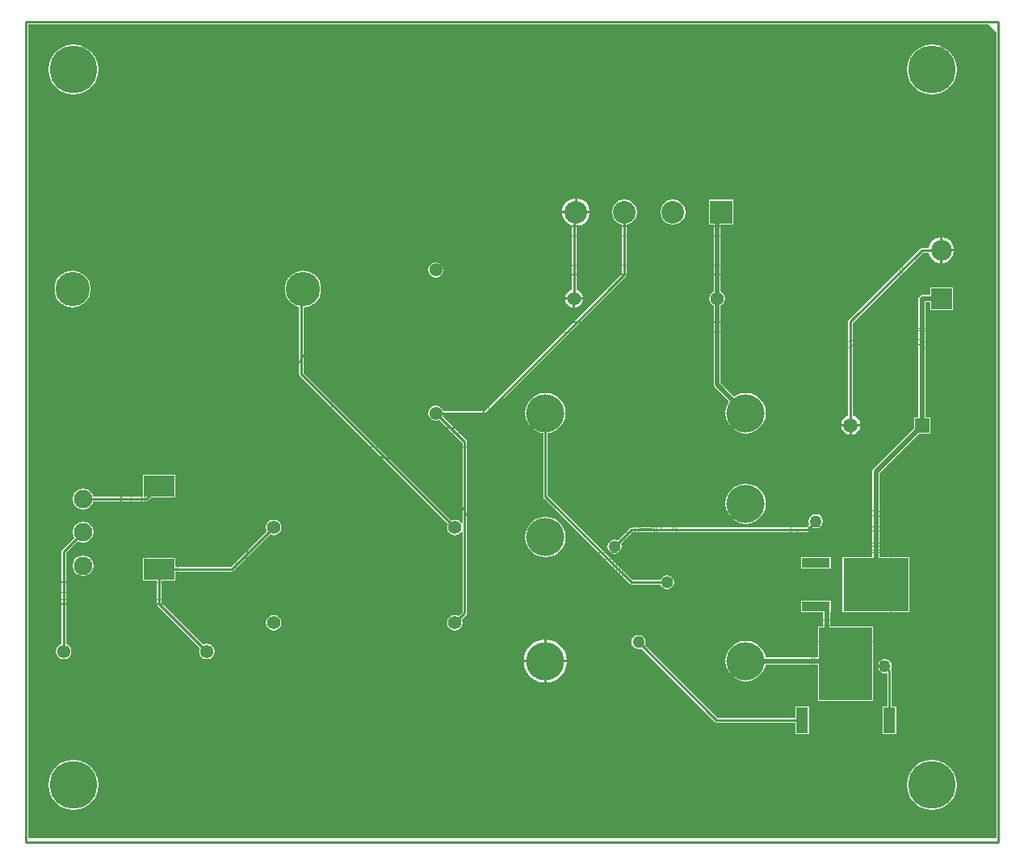
<source format=gtl>
G04 Layer_Physical_Order=1*
G04 Layer_Color=255*
%FSLAX25Y25*%
%MOIN*%
G70*
G01*
G75*
%ADD10R,0.21850X0.30315*%
%ADD11R,0.04921X0.10630*%
%ADD12R,0.26772X0.21850*%
%ADD13R,0.11811X0.03937*%
%ADD14R,0.12717X0.08504*%
%ADD15C,0.01000*%
%ADD16C,0.01969*%
%ADD17C,0.00394*%
%ADD18C,0.00787*%
%ADD19C,0.00197*%
%ADD20C,0.19685*%
%ADD21C,0.05906*%
%ADD22R,0.05906X0.05906*%
%ADD23C,0.05500*%
%ADD24C,0.15748*%
%ADD25C,0.08563*%
%ADD26R,0.08563X0.08563*%
%ADD27C,0.09331*%
%ADD28R,0.09331X0.09331*%
%ADD29C,0.05437*%
%ADD30C,0.05512*%
%ADD31C,0.14173*%
%ADD32C,0.07677*%
%ADD33C,0.05000*%
G36*
X597458Y487975D02*
Y155118D01*
X198031D01*
Y491159D01*
X594274D01*
X597458Y487975D01*
D02*
G37*
%LPC*%
G36*
X570866Y482765D02*
X568194Y482414D01*
X565704Y481382D01*
X563566Y479742D01*
X561925Y477603D01*
X560893Y475113D01*
X560542Y472441D01*
X560893Y469769D01*
X561925Y467279D01*
X563566Y465140D01*
X565704Y463500D01*
X568194Y462468D01*
X570866Y462116D01*
X573538Y462468D01*
X576028Y463500D01*
X578167Y465140D01*
X579808Y467279D01*
X580839Y469769D01*
X581191Y472441D01*
X580839Y475113D01*
X579808Y477603D01*
X578167Y479742D01*
X576028Y481382D01*
X573538Y482414D01*
X570866Y482765D01*
D02*
G37*
G36*
X216535D02*
X213863Y482414D01*
X211373Y481382D01*
X209235Y479742D01*
X207594Y477603D01*
X206563Y475113D01*
X206211Y472441D01*
X206563Y469769D01*
X207594Y467279D01*
X209235Y465140D01*
X211373Y463500D01*
X213863Y462468D01*
X216535Y462116D01*
X219208Y462468D01*
X221698Y463500D01*
X223836Y465140D01*
X225477Y467279D01*
X226508Y469769D01*
X226860Y472441D01*
X226508Y475113D01*
X225477Y477603D01*
X223836Y479742D01*
X221698Y481382D01*
X219208Y482414D01*
X216535Y482765D01*
D02*
G37*
G36*
X424555Y419358D02*
Y414181D01*
X429732D01*
X429392Y415892D01*
X428140Y417766D01*
X426266Y419018D01*
X424555Y419358D01*
D02*
G37*
G36*
X423555D02*
X421845Y419018D01*
X419971Y417766D01*
X418719Y415892D01*
X418378Y414181D01*
X423555D01*
Y419358D01*
D02*
G37*
G36*
X464055Y418839D02*
X462081Y418446D01*
X460408Y417328D01*
X459290Y415655D01*
X458897Y413681D01*
X459290Y411707D01*
X460408Y410034D01*
X462081Y408916D01*
X464055Y408523D01*
X466029Y408916D01*
X467703Y410034D01*
X468821Y411707D01*
X469213Y413681D01*
X468821Y415655D01*
X467703Y417328D01*
X466029Y418446D01*
X464055Y418839D01*
D02*
G37*
G36*
X575303Y403238D02*
Y398453D01*
X580089D01*
X579778Y400013D01*
X578611Y401760D01*
X576864Y402928D01*
X575303Y403238D01*
D02*
G37*
G36*
X574303Y403238D02*
X572743Y402928D01*
X570996Y401760D01*
X569828Y400013D01*
X569611Y398920D01*
X566929D01*
X566245Y398637D01*
X566245Y398637D01*
X536718Y369109D01*
X536434Y368425D01*
X536434Y368425D01*
Y329510D01*
X535859Y329396D01*
X534552Y328522D01*
X533678Y327215D01*
X533471Y326172D01*
X537402D01*
X541332D01*
X541125Y327215D01*
X540251Y328522D01*
X538944Y329396D01*
X538369Y329510D01*
Y368024D01*
X567330Y396986D01*
X569611D01*
X569828Y395892D01*
X570996Y394145D01*
X572743Y392978D01*
X574303Y392667D01*
Y397953D01*
Y403238D01*
D02*
G37*
G36*
X580089Y397453D02*
X575303D01*
Y392667D01*
X576864Y392978D01*
X578611Y394145D01*
X579778Y395892D01*
X580089Y397453D01*
D02*
G37*
G36*
X366142Y392937D02*
X364928Y392695D01*
X363898Y392008D01*
X363210Y390978D01*
X362969Y389764D01*
X363210Y388549D01*
X363898Y387520D01*
X364928Y386832D01*
X366142Y386591D01*
X367356Y386832D01*
X368386Y387520D01*
X369073Y388549D01*
X369315Y389764D01*
X369073Y390978D01*
X368386Y392008D01*
X367356Y392695D01*
X366142Y392937D01*
D02*
G37*
G36*
X429732Y413181D02*
X418378D01*
X418719Y411471D01*
X419971Y409596D01*
X421845Y408344D01*
X422261Y408261D01*
Y381584D01*
X421765Y381485D01*
X420525Y380656D01*
X419696Y379416D01*
X419504Y378453D01*
X423228D01*
X426952D01*
X426761Y379416D01*
X425932Y380656D01*
X424692Y381485D01*
X424196Y381584D01*
Y407933D01*
X426266Y408344D01*
X428140Y409596D01*
X429392Y411471D01*
X429732Y413181D01*
D02*
G37*
G36*
X216142Y389517D02*
X213223Y388936D01*
X210749Y387283D01*
X209096Y384808D01*
X208515Y381890D01*
X209096Y378971D01*
X210749Y376497D01*
X213223Y374844D01*
X216142Y374263D01*
X219060Y374844D01*
X221535Y376497D01*
X223188Y378971D01*
X223769Y381890D01*
X223188Y384808D01*
X221535Y387283D01*
X219060Y388936D01*
X216142Y389517D01*
D02*
G37*
G36*
X426952Y377453D02*
X423728D01*
Y374229D01*
X424692Y374420D01*
X425932Y375249D01*
X426761Y376490D01*
X426952Y377453D01*
D02*
G37*
G36*
X422728D02*
X419504D01*
X419696Y376490D01*
X420525Y375249D01*
X421765Y374420D01*
X422728Y374229D01*
Y377453D01*
D02*
G37*
G36*
X579478Y382628D02*
X570128D01*
Y379444D01*
X566929D01*
X565875Y379007D01*
X565438Y377953D01*
Y329019D01*
X563583D01*
Y324435D01*
X546780Y307632D01*
X546343Y306578D01*
X546343Y306578D01*
Y271162D01*
X534055D01*
Y248524D01*
X561614D01*
Y271162D01*
X549326D01*
Y305960D01*
X565692Y322326D01*
X570276D01*
Y329019D01*
X568421D01*
Y376461D01*
X570128D01*
Y373278D01*
X579478D01*
Y382628D01*
D02*
G37*
G36*
X444055Y418839D02*
X442081Y418446D01*
X440408Y417328D01*
X439290Y415655D01*
X438897Y413681D01*
X439290Y411707D01*
X440408Y410034D01*
X442081Y408916D01*
X443088Y408715D01*
Y388157D01*
X386607Y331676D01*
X369123D01*
X369073Y331923D01*
X368386Y332952D01*
X367356Y333640D01*
X366142Y333882D01*
X364928Y333640D01*
X363898Y332952D01*
X363210Y331923D01*
X362969Y330709D01*
X363210Y329494D01*
X363898Y328465D01*
X364928Y327777D01*
X366142Y327535D01*
X367356Y327777D01*
X367565Y327917D01*
X377133Y318350D01*
Y285369D01*
X376633Y285217D01*
X376287Y285735D01*
X375245Y286431D01*
X374016Y286676D01*
X372787Y286431D01*
X372565Y286283D01*
X311597Y347251D01*
Y374299D01*
X314336Y374844D01*
X316810Y376497D01*
X318464Y378971D01*
X319044Y381890D01*
X318464Y384808D01*
X316810Y387283D01*
X314336Y388936D01*
X311417Y389517D01*
X308499Y388936D01*
X306024Y387283D01*
X304371Y384808D01*
X303790Y381890D01*
X304371Y378971D01*
X306024Y376497D01*
X308499Y374844D01*
X309663Y374612D01*
Y346850D01*
X309663Y346850D01*
X309946Y346166D01*
X371197Y284915D01*
X371049Y284694D01*
X370805Y283465D01*
X371049Y282236D01*
X371745Y281194D01*
X372787Y280498D01*
X374016Y280253D01*
X375245Y280498D01*
X376287Y281194D01*
X376633Y281712D01*
X377133Y281560D01*
Y248579D01*
X375466Y246913D01*
X375245Y247061D01*
X374016Y247306D01*
X372787Y247061D01*
X371745Y246365D01*
X371049Y245323D01*
X370805Y244094D01*
X371049Y242865D01*
X371745Y241824D01*
X372787Y241128D01*
X374016Y240883D01*
X375245Y241128D01*
X376287Y241824D01*
X376983Y242865D01*
X377227Y244094D01*
X376983Y245323D01*
X376835Y245545D01*
X378784Y247495D01*
X378784Y247495D01*
X379067Y248179D01*
X379067Y248179D01*
Y318750D01*
X379067Y318750D01*
X378784Y319434D01*
X378784Y319434D01*
X368934Y329285D01*
X369073Y329494D01*
X369123Y329741D01*
X387008D01*
X387008Y329741D01*
X387692Y330025D01*
X444739Y387072D01*
X444739Y387072D01*
X445022Y387756D01*
Y408715D01*
X446029Y408916D01*
X447703Y410034D01*
X448821Y411707D01*
X449213Y413681D01*
X448821Y415655D01*
X447703Y417328D01*
X446029Y418446D01*
X444055Y418839D01*
D02*
G37*
G36*
X489114Y418740D02*
X478996D01*
Y408622D01*
X480792D01*
Y380737D01*
X480017Y380219D01*
X479322Y379179D01*
X479078Y377953D01*
X479322Y376726D01*
X480017Y375686D01*
X480792Y375168D01*
Y342520D01*
X480792Y342520D01*
X481229Y341465D01*
X487282Y335412D01*
X486873Y334878D01*
X486039Y332867D01*
X485755Y330709D01*
X486039Y328550D01*
X486873Y326539D01*
X488198Y324812D01*
X489925Y323487D01*
X491936Y322654D01*
X494094Y322370D01*
X496253Y322654D01*
X498264Y323487D01*
X499991Y324812D01*
X501316Y326539D01*
X502149Y328550D01*
X502433Y330709D01*
X502149Y332867D01*
X501316Y334878D01*
X499991Y336605D01*
X498264Y337930D01*
X496253Y338763D01*
X494094Y339048D01*
X491936Y338763D01*
X489925Y337930D01*
X489391Y337521D01*
X483775Y343137D01*
Y375168D01*
X484550Y375686D01*
X485245Y376726D01*
X485489Y377953D01*
X485245Y379179D01*
X484550Y380219D01*
X483775Y380737D01*
Y408622D01*
X489114D01*
Y418740D01*
D02*
G37*
G36*
X541332Y325172D02*
X537902D01*
Y321742D01*
X538944Y321949D01*
X540251Y322822D01*
X541125Y324130D01*
X541332Y325172D01*
D02*
G37*
G36*
X536902D02*
X533471D01*
X533678Y324130D01*
X534552Y322822D01*
X535859Y321949D01*
X536902Y321742D01*
Y325172D01*
D02*
G37*
G36*
X258721Y305335D02*
X245217D01*
Y296243D01*
X224595D01*
X224459Y296927D01*
X223524Y298327D01*
X222124Y299262D01*
X220472Y299591D01*
X218821Y299262D01*
X217421Y298327D01*
X216486Y296927D01*
X216157Y295276D01*
X216486Y293624D01*
X217421Y292224D01*
X218821Y291289D01*
X220472Y290960D01*
X222124Y291289D01*
X223524Y292224D01*
X224459Y293624D01*
X224595Y294308D01*
X246555D01*
X246555Y294308D01*
X247239Y294592D01*
X248691Y296043D01*
X258721D01*
Y305335D01*
D02*
G37*
G36*
X494094Y301646D02*
X491936Y301362D01*
X489925Y300529D01*
X488198Y299204D01*
X486873Y297477D01*
X486039Y295465D01*
X485755Y293307D01*
X486039Y291149D01*
X486873Y289138D01*
X488198Y287410D01*
X489925Y286085D01*
X491936Y285252D01*
X494094Y284968D01*
X496253Y285252D01*
X498264Y286085D01*
X499991Y287410D01*
X501316Y289138D01*
X502149Y291149D01*
X502433Y293307D01*
X502149Y295465D01*
X501316Y297477D01*
X499991Y299204D01*
X498264Y300529D01*
X496253Y301362D01*
X494094Y301646D01*
D02*
G37*
G36*
X523032Y288974D02*
X521903Y288749D01*
X520945Y288110D01*
X520306Y287153D01*
X520081Y286023D01*
X520306Y284894D01*
X520397Y284757D01*
X519088Y283448D01*
X446850D01*
X446166Y283164D01*
X446166Y283164D01*
X441227Y278225D01*
X441090Y278316D01*
X439961Y278541D01*
X438832Y278316D01*
X437874Y277677D01*
X437235Y276720D01*
X437010Y275590D01*
X437235Y274462D01*
X437874Y273504D01*
X438832Y272865D01*
X439961Y272640D01*
X441090Y272865D01*
X442047Y273504D01*
X442686Y274462D01*
X442911Y275590D01*
X442686Y276720D01*
X442595Y276857D01*
X447251Y281513D01*
X519488D01*
X519488Y281513D01*
X520172Y281796D01*
X521765Y283389D01*
X521903Y283298D01*
X523032Y283073D01*
X524161Y283298D01*
X525118Y283937D01*
X525757Y284894D01*
X525982Y286023D01*
X525757Y287153D01*
X525118Y288110D01*
X524161Y288749D01*
X523032Y288974D01*
D02*
G37*
G36*
X299213Y286676D02*
X297984Y286431D01*
X296942Y285735D01*
X296246Y284694D01*
X296001Y283465D01*
X296246Y282236D01*
X296394Y282014D01*
X281588Y267208D01*
X258721D01*
Y270886D01*
X245217D01*
Y261595D01*
X251001D01*
Y251968D01*
X251001Y251968D01*
X251285Y251284D01*
X268862Y233707D01*
X268722Y233498D01*
X268480Y232283D01*
X268722Y231069D01*
X269410Y230040D01*
X270439Y229352D01*
X271654Y229110D01*
X272868Y229352D01*
X273897Y230040D01*
X274585Y231069D01*
X274827Y232283D01*
X274585Y233498D01*
X273897Y234527D01*
X272868Y235215D01*
X271654Y235457D01*
X270439Y235215D01*
X270230Y235075D01*
X252936Y252369D01*
Y261595D01*
X258721D01*
Y265273D01*
X281988D01*
X281988Y265273D01*
X282672Y265556D01*
X297762Y280646D01*
X297984Y280498D01*
X299213Y280253D01*
X300442Y280498D01*
X301483Y281194D01*
X302179Y282236D01*
X302424Y283465D01*
X302179Y284694D01*
X301483Y285735D01*
X300442Y286431D01*
X299213Y286676D01*
D02*
G37*
G36*
X220472Y285811D02*
X218821Y285483D01*
X217421Y284547D01*
X216486Y283147D01*
X216157Y281496D01*
X216486Y279845D01*
X216873Y279265D01*
X211914Y274306D01*
X211631Y273622D01*
X211631Y273622D01*
Y235264D01*
X211384Y235215D01*
X210355Y234527D01*
X209667Y233498D01*
X209425Y232283D01*
X209667Y231069D01*
X210355Y230040D01*
X211384Y229352D01*
X212598Y229110D01*
X213813Y229352D01*
X214842Y230040D01*
X215530Y231069D01*
X215772Y232283D01*
X215530Y233498D01*
X214842Y234527D01*
X213813Y235215D01*
X213566Y235264D01*
Y273221D01*
X218241Y277897D01*
X218821Y277509D01*
X220472Y277181D01*
X222124Y277509D01*
X223524Y278445D01*
X224459Y279845D01*
X224788Y281496D01*
X224459Y283147D01*
X223524Y284547D01*
X222124Y285483D01*
X220472Y285811D01*
D02*
G37*
G36*
X411417Y287867D02*
X409259Y287582D01*
X407248Y286749D01*
X405521Y285424D01*
X404196Y283697D01*
X403363Y281686D01*
X403078Y279528D01*
X403363Y277369D01*
X404196Y275358D01*
X405521Y273631D01*
X407248Y272306D01*
X409259Y271473D01*
X411417Y271188D01*
X413576Y271473D01*
X415587Y272306D01*
X417314Y273631D01*
X418639Y275358D01*
X419472Y277369D01*
X419757Y279528D01*
X419472Y281686D01*
X418639Y283697D01*
X417314Y285424D01*
X415587Y286749D01*
X413576Y287582D01*
X411417Y287867D01*
D02*
G37*
G36*
X529169Y271205D02*
X516571D01*
Y266480D01*
X529169D01*
Y271205D01*
D02*
G37*
G36*
X220472Y272032D02*
X218821Y271703D01*
X217421Y270768D01*
X216486Y269368D01*
X216157Y267717D01*
X216486Y266065D01*
X217421Y264665D01*
X218821Y263730D01*
X220472Y263401D01*
X222124Y263730D01*
X223524Y264665D01*
X224459Y266065D01*
X224788Y267717D01*
X224459Y269368D01*
X223524Y270768D01*
X222124Y271703D01*
X220472Y272032D01*
D02*
G37*
G36*
X411417Y339048D02*
X409259Y338763D01*
X407248Y337930D01*
X405521Y336605D01*
X404196Y334878D01*
X403363Y332867D01*
X403078Y330709D01*
X403363Y328550D01*
X404196Y326539D01*
X405521Y324812D01*
X407248Y323487D01*
X409259Y322654D01*
X410450Y322497D01*
Y296260D01*
X410450Y296260D01*
X410733Y295576D01*
X446166Y260143D01*
X446850Y259859D01*
X446850Y259859D01*
X458856D01*
X458888Y259698D01*
X459528Y258740D01*
X460485Y258101D01*
X461614Y257876D01*
X462743Y258101D01*
X463700Y258740D01*
X464340Y259698D01*
X464565Y260827D01*
X464340Y261956D01*
X463700Y262913D01*
X462743Y263553D01*
X461614Y263777D01*
X460485Y263553D01*
X459528Y262913D01*
X458888Y261956D01*
X458856Y261794D01*
X447251D01*
X412385Y296660D01*
Y322497D01*
X413576Y322654D01*
X415587Y323487D01*
X417314Y324812D01*
X418639Y326539D01*
X419472Y328550D01*
X419757Y330709D01*
X419472Y332867D01*
X418639Y334878D01*
X417314Y336605D01*
X415587Y337930D01*
X413576Y338763D01*
X411417Y339048D01*
D02*
G37*
G36*
X299213Y247306D02*
X297984Y247061D01*
X296942Y246365D01*
X296246Y245323D01*
X296001Y244094D01*
X296246Y242865D01*
X296942Y241824D01*
X297984Y241128D01*
X299213Y240883D01*
X300442Y241128D01*
X301483Y241824D01*
X302179Y242865D01*
X302424Y244094D01*
X302179Y245323D01*
X301483Y246365D01*
X300442Y247061D01*
X299213Y247306D01*
D02*
G37*
G36*
X529169Y253205D02*
X516571D01*
Y248480D01*
X526068D01*
Y242717D01*
X524114D01*
Y229838D01*
X502237D01*
X502149Y230505D01*
X501316Y232516D01*
X499991Y234243D01*
X498264Y235568D01*
X496253Y236401D01*
X494094Y236685D01*
X491936Y236401D01*
X489925Y235568D01*
X488198Y234243D01*
X486873Y232516D01*
X486039Y230505D01*
X485755Y228346D01*
X486039Y226188D01*
X486873Y224177D01*
X488198Y222450D01*
X489925Y221125D01*
X491936Y220291D01*
X494094Y220007D01*
X496253Y220291D01*
X498264Y221125D01*
X499991Y222450D01*
X501316Y224177D01*
X502149Y226188D01*
X502237Y226855D01*
X524114D01*
Y211614D01*
X546752D01*
Y242717D01*
X529050D01*
Y248480D01*
X529169D01*
Y253205D01*
D02*
G37*
G36*
X411917Y237231D02*
Y228846D01*
X420302D01*
X420063Y230663D01*
X419169Y232822D01*
X417746Y234675D01*
X415893Y236098D01*
X413734Y236992D01*
X411917Y237231D01*
D02*
G37*
G36*
X410917D02*
X409101Y236992D01*
X406942Y236098D01*
X405088Y234675D01*
X403666Y232822D01*
X402772Y230663D01*
X402533Y228846D01*
X410917D01*
Y237231D01*
D02*
G37*
G36*
X420302Y227846D02*
X411917D01*
Y219462D01*
X413734Y219701D01*
X415893Y220595D01*
X417746Y222017D01*
X419169Y223871D01*
X420063Y226030D01*
X420302Y227846D01*
D02*
G37*
G36*
X410917D02*
X402533D01*
X402772Y226030D01*
X403666Y223871D01*
X405088Y222017D01*
X406942Y220595D01*
X409101Y219701D01*
X410917Y219462D01*
Y227846D01*
D02*
G37*
G36*
X551400Y229150D02*
X550271Y228926D01*
X549314Y228286D01*
X548674Y227329D01*
X548450Y226200D01*
X548674Y225071D01*
X549314Y224114D01*
X550271Y223474D01*
X551400Y223250D01*
X552071Y223383D01*
X552458Y223066D01*
Y209646D01*
X550571D01*
Y198228D01*
X556280D01*
Y209646D01*
X554392D01*
Y224175D01*
X554392Y224175D01*
X554109Y224859D01*
X554126Y225071D01*
X554350Y226200D01*
X554126Y227329D01*
X553486Y228286D01*
X552529Y228926D01*
X551400Y229150D01*
D02*
G37*
G36*
X449803Y239171D02*
X448674Y238946D01*
X447717Y238307D01*
X447077Y237350D01*
X446853Y236221D01*
X447077Y235091D01*
X447717Y234134D01*
X448674Y233495D01*
X449803Y233270D01*
X450932Y233495D01*
X451069Y233586D01*
X481403Y203253D01*
X481403Y203253D01*
X482087Y202970D01*
X482087Y202970D01*
X514587D01*
Y198228D01*
X520295D01*
Y209646D01*
X514587D01*
Y204904D01*
X482487D01*
X452437Y234954D01*
X452529Y235091D01*
X452753Y236221D01*
X452529Y237350D01*
X451889Y238307D01*
X450932Y238946D01*
X449803Y239171D01*
D02*
G37*
G36*
X570866Y187490D02*
X568194Y187138D01*
X565704Y186107D01*
X563566Y184466D01*
X561925Y182328D01*
X560893Y179838D01*
X560542Y177165D01*
X560893Y174493D01*
X561925Y172003D01*
X563566Y169865D01*
X565704Y168224D01*
X568194Y167193D01*
X570866Y166841D01*
X573538Y167193D01*
X576028Y168224D01*
X578167Y169865D01*
X579808Y172003D01*
X580839Y174493D01*
X581191Y177165D01*
X580839Y179838D01*
X579808Y182328D01*
X578167Y184466D01*
X576028Y186107D01*
X573538Y187138D01*
X570866Y187490D01*
D02*
G37*
G36*
X216535D02*
X213863Y187138D01*
X211373Y186107D01*
X209235Y184466D01*
X207594Y182328D01*
X206563Y179838D01*
X206211Y177165D01*
X206563Y174493D01*
X207594Y172003D01*
X209235Y169865D01*
X211373Y168224D01*
X213863Y167193D01*
X216535Y166841D01*
X219208Y167193D01*
X221698Y168224D01*
X223836Y169865D01*
X225477Y172003D01*
X226508Y174493D01*
X226860Y177165D01*
X226508Y179838D01*
X225477Y182328D01*
X223836Y184466D01*
X221698Y186107D01*
X219208Y187138D01*
X216535Y187490D01*
D02*
G37*
%LPD*%
D10*
X535433Y227165D02*
D03*
D11*
X553425Y203937D02*
D03*
X517441D02*
D03*
D12*
X547835Y259843D02*
D03*
D13*
X522870Y250843D02*
D03*
Y268843D02*
D03*
D14*
X251969Y266240D02*
D03*
Y300689D02*
D03*
D15*
X310630Y381102D02*
X311417Y381890D01*
X310630Y346850D02*
Y381102D01*
Y346850D02*
X374016Y283465D01*
X444055Y387756D02*
Y413681D01*
X387008Y330709D02*
X444055Y387756D01*
X366142Y330709D02*
X387008D01*
X519488Y282480D02*
X523032Y286023D01*
X446850Y282480D02*
X519488D01*
X439961Y275590D02*
X446850Y282480D01*
X446850Y260827D02*
X461614D01*
X411417Y296260D02*
X446850Y260827D01*
X411417Y296260D02*
Y330709D01*
X482087Y203937D02*
X517441D01*
X449803Y236221D02*
X482087Y203937D01*
X424055Y412244D02*
Y413681D01*
X423228Y411417D02*
X424055Y412244D01*
X423228Y377953D02*
Y411417D01*
X566929Y397953D02*
X574803D01*
X196850Y492126D02*
X598425D01*
Y153543D02*
Y492126D01*
X196850Y153543D02*
X598425D01*
X212598Y232283D02*
Y273622D01*
X220472Y281496D01*
X374016Y244094D02*
X378100Y248179D01*
Y318750D01*
X366142Y330709D02*
X378100Y318750D01*
X551400Y226200D02*
X553425Y224175D01*
Y203937D02*
Y224175D01*
X251969Y251968D02*
X271654Y232283D01*
X251969Y251968D02*
Y266240D01*
X281988D01*
X299213Y283465D01*
X537402Y325672D02*
Y368425D01*
X566929Y397953D01*
X220472Y295276D02*
X246555D01*
X251969Y300689D01*
X196850Y153543D02*
Y492126D01*
D16*
X528740Y227165D02*
X535433D01*
X527559Y228346D02*
X528740Y227165D01*
X494094Y228346D02*
X527559D01*
X527559Y236221D02*
Y250843D01*
X522870D02*
X527559D01*
X535433Y227165D02*
Y236221D01*
X527559D02*
X535433D01*
X482283Y411909D02*
X484055Y413681D01*
X482283Y377953D02*
Y411909D01*
X566929Y377953D02*
X574803D01*
X547835Y259843D02*
Y306578D01*
X566929Y325672D01*
Y377953D01*
X482283Y342520D02*
X494094Y330709D01*
X482283Y342520D02*
Y377953D01*
D17*
X588091Y325672D02*
G03*
X588091Y325672I-35925J0D01*
G01*
X544522Y282267D02*
X552396D01*
X544522Y277345D02*
Y282267D01*
Y277345D02*
X552396D01*
Y282267D01*
X529938D02*
X537812D01*
X529938Y277345D02*
Y282267D01*
Y277345D02*
X537812D01*
Y282267D01*
X515354D02*
X523228D01*
X515354Y277345D02*
Y282267D01*
Y277345D02*
X523228D01*
Y282267D01*
X441525Y240190D02*
Y246489D01*
X454123D01*
Y240190D02*
Y246489D01*
X441525Y240190D02*
X454123D01*
X466060Y267510D02*
X470981D01*
X466060D02*
Y275384D01*
X470981D01*
Y267510D02*
Y275384D01*
X463796Y282399D02*
Y290273D01*
X458875D02*
X463796D01*
X458875Y282399D02*
Y290273D01*
Y282399D02*
X463796D01*
X466158Y248497D02*
Y260899D01*
Y248497D02*
X472458D01*
Y260899D01*
X466158D02*
X472458D01*
X437433Y243208D02*
Y251869D01*
X431724Y243208D02*
Y251869D01*
Y243208D02*
X437433D01*
X431724Y251869D02*
X437433D01*
X439353Y258185D02*
Y270587D01*
X433054D02*
X439353D01*
X433054Y258185D02*
Y270587D01*
Y258185D02*
X439353D01*
X443110Y266457D02*
X448110Y271457D01*
X443110D02*
X462402D01*
Y256102D02*
Y271457D01*
X443110Y256102D02*
X462402D01*
X443110D02*
Y271457D01*
X442345Y283454D02*
X447267D01*
X442345D02*
Y291328D01*
X447267D01*
Y283454D02*
Y291328D01*
X455315Y283375D02*
Y291249D01*
X450394D02*
X455315D01*
X450394Y283375D02*
Y291249D01*
Y283375D02*
X455315D01*
X548720Y212008D02*
Y236496D01*
X522146Y212008D02*
Y236496D01*
X548720D01*
X522146Y212008D02*
X548720D01*
X529331Y246555D02*
X553819D01*
X529331Y273130D02*
X553819D01*
Y246555D02*
Y273130D01*
X529331Y246555D02*
Y273130D01*
X590551Y365748D02*
Y407717D01*
X558661D02*
X590551D01*
X558661Y365748D02*
Y407717D01*
Y365748D02*
X590551D01*
X245827Y303346D02*
X258110D01*
X245827Y263583D02*
Y303346D01*
Y263583D02*
X258110D01*
Y303346D01*
X432610Y247538D02*
X436547D01*
X434579Y245570D02*
Y249507D01*
X533465Y220472D02*
X537402D01*
X535433Y218504D02*
Y222441D01*
X414370Y364173D02*
X491142D01*
X414370D02*
Y391732D01*
X491142D01*
Y364173D02*
Y391732D01*
X539370Y257874D02*
Y261811D01*
X537402Y259843D02*
X541339D01*
X406811Y403839D02*
Y425492D01*
Y403839D02*
X501299D01*
Y425492D01*
X406811D02*
X501299D01*
X204331Y210630D02*
X279921D01*
X204331D02*
Y253937D01*
X279921D01*
Y210630D02*
Y253937D01*
X389764Y210630D02*
Y316929D01*
X283465Y210630D02*
X389764D01*
X283465D02*
Y316929D01*
X389764D01*
X387795Y322441D02*
Y398032D01*
X344488Y322441D02*
X387795D01*
X344488D02*
Y398032D01*
X387795D01*
X322835Y322835D02*
Y440945D01*
X204724D02*
X322835D01*
X204724Y322835D02*
Y440945D01*
Y322835D02*
X322835D01*
X203150Y306102D02*
X240157D01*
X203150Y256890D02*
Y306102D01*
Y256890D02*
X240157D01*
Y306102D01*
D18*
X336614Y312992D02*
G03*
X336614Y214567I0J-49213D01*
G01*
D02*
G03*
X336614Y312992I0J49213D01*
G01*
X208661Y381890D02*
G03*
X318898Y381890I55118J0D01*
G01*
D02*
G03*
X208661Y381890I-55118J0D01*
G01*
X418307Y368110D02*
X487205D01*
X418307D02*
Y387795D01*
X487205D01*
Y368110D02*
Y387795D01*
X410748Y407776D02*
Y421555D01*
Y407776D02*
X497362D01*
Y421555D01*
X410748D02*
X497362D01*
X206299Y212598D02*
X277953D01*
X206299D02*
Y251969D01*
X277953D01*
Y212598D02*
Y251969D01*
X385827Y324409D02*
Y396063D01*
X346457Y324409D02*
X385827D01*
X346457D02*
Y396063D01*
X385827D01*
X207087Y302165D02*
X236220D01*
X207087Y260827D02*
Y302165D01*
Y260827D02*
X236220D01*
Y302165D01*
D19*
X590059Y325672D02*
G03*
X590059Y325672I-37894J0D01*
G01*
X541766Y283743D02*
X555152D01*
X541766Y275869D02*
Y283743D01*
Y275869D02*
X555152D01*
Y283743D01*
X527182D02*
X540568D01*
X527182Y275869D02*
Y283743D01*
Y275869D02*
X540568D01*
Y283743D01*
X512598D02*
X525984D01*
X512598Y275869D02*
Y283743D01*
Y275869D02*
X525984D01*
Y283743D01*
X439714Y239166D02*
Y247513D01*
X455934D01*
Y239166D02*
Y247513D01*
X439714Y239166D02*
X455934D01*
X464781Y264852D02*
X472261D01*
X464781D02*
Y278041D01*
X472261D01*
Y264852D02*
Y278041D01*
X465273Y279643D02*
Y293029D01*
X457399D02*
X465273D01*
X457399Y279643D02*
Y293029D01*
Y279643D02*
X465273D01*
X464781Y245741D02*
Y263655D01*
Y245741D02*
X473836D01*
Y263655D01*
X464781D02*
X473836D01*
X438516Y240845D02*
Y254231D01*
X430642Y240845D02*
Y254231D01*
Y240845D02*
X438516D01*
X430642Y254231D02*
X438516D01*
X440731Y255429D02*
Y273343D01*
X431676D02*
X440731D01*
X431676Y255429D02*
Y273343D01*
Y255429D02*
X440731D01*
X441929Y278445D02*
X463583D01*
Y249114D02*
Y278445D01*
X441929Y249114D02*
X463583D01*
X441929D02*
Y278445D01*
X441302Y281643D02*
X448310D01*
X441302D02*
Y293139D01*
X448310D01*
Y281643D02*
Y293139D01*
X456201Y281643D02*
Y292981D01*
X449508D02*
X456201D01*
X449508Y281643D02*
Y292981D01*
Y281643D02*
X456201D01*
X549705Y197638D02*
Y243307D01*
X521161Y197638D02*
Y243307D01*
X549705D01*
X521161Y197638D02*
X549705D01*
X516535Y245571D02*
X562205D01*
X516535Y274114D02*
X562205D01*
Y245571D02*
Y274114D01*
X516535Y245571D02*
Y274114D01*
X591535Y364764D02*
Y408701D01*
X557677D02*
X591535D01*
X557677Y364764D02*
Y408701D01*
Y364764D02*
X591535D01*
X244626Y305925D02*
X259311D01*
X244626Y261004D02*
Y305925D01*
Y261004D02*
X259311D01*
Y305925D01*
D20*
X570866Y472441D02*
D03*
Y177165D02*
D03*
X216535D02*
D03*
Y472441D02*
D03*
D21*
X537402Y325672D02*
D03*
D22*
X566929D02*
D03*
D23*
X482283Y377953D02*
D03*
X423228D02*
D03*
D24*
X494094Y293307D02*
D03*
Y228346D02*
D03*
Y330709D02*
D03*
X411417D02*
D03*
Y228346D02*
D03*
Y279528D02*
D03*
D25*
X574803Y397953D02*
D03*
D26*
Y377953D02*
D03*
D27*
X424055Y413681D02*
D03*
X444055D02*
D03*
X464055D02*
D03*
D28*
X484055D02*
D03*
D29*
X271654Y232283D02*
D03*
X212598D02*
D03*
X366142Y389764D02*
D03*
Y330709D02*
D03*
D30*
X299213Y283465D02*
D03*
X374016D02*
D03*
X299213Y244094D02*
D03*
X374016D02*
D03*
D31*
X216142Y381890D02*
D03*
X311417D02*
D03*
D32*
X220472Y267717D02*
D03*
Y281496D02*
D03*
Y295276D02*
D03*
D33*
X439961Y275590D02*
D03*
X523032Y286023D02*
D03*
X461614Y260827D02*
D03*
X449803Y236221D02*
D03*
X551400Y226200D02*
D03*
M02*

</source>
